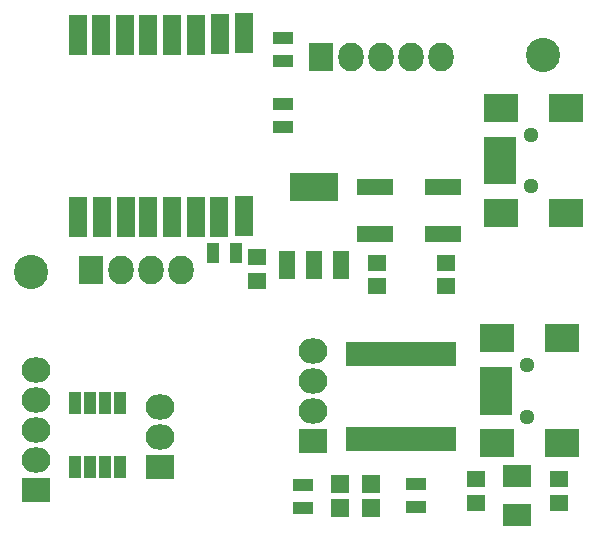
<source format=gts>
G04 #@! TF.FileFunction,Soldermask,Top*
%FSLAX46Y46*%
G04 Gerber Fmt 4.6, Leading zero omitted, Abs format (unit mm)*
G04 Created by KiCad (PCBNEW 4.0.4-stable) date 10/17/16 21:55:59*
%MOMM*%
%LPD*%
G01*
G04 APERTURE LIST*
%ADD10C,0.100000*%
%ADD11R,2.432000X2.127200*%
%ADD12O,2.432000X2.127200*%
%ADD13R,0.850000X2.150000*%
%ADD14R,2.701240X0.900380*%
%ADD15R,2.899360X2.398980*%
%ADD16C,1.299160*%
%ADD17R,1.650000X1.400000*%
%ADD18R,1.100000X1.700000*%
%ADD19R,1.700000X1.100000*%
%ADD20R,3.150000X1.400000*%
%ADD21R,4.057600X2.432000*%
%ADD22R,1.416000X2.432000*%
%ADD23R,2.127200X2.432000*%
%ADD24O,2.127200X2.432000*%
%ADD25R,2.432000X1.924000*%
%ADD26R,1.598880X1.598880*%
%ADD27R,1.000000X1.950000*%
%ADD28C,2.900000*%
%ADD29R,1.650000X3.500000*%
G04 APERTURE END LIST*
D10*
D11*
X143052800Y-119786400D03*
D12*
X143052800Y-117246400D03*
X143052800Y-114706400D03*
X143052800Y-112166400D03*
D11*
X130048000Y-121970800D03*
D12*
X130048000Y-119430800D03*
X130048000Y-116890800D03*
D13*
X154694600Y-112427200D03*
X154044600Y-112427200D03*
X153394600Y-112427200D03*
X152744600Y-112427200D03*
X152094600Y-112427200D03*
X151444600Y-112427200D03*
X150794600Y-112427200D03*
X150144600Y-112427200D03*
X149494600Y-112427200D03*
X148844600Y-112427200D03*
X148194600Y-112427200D03*
X147544600Y-112427200D03*
X146894600Y-112427200D03*
X146244600Y-112427200D03*
X146244600Y-119627200D03*
X146894600Y-119627200D03*
X147544600Y-119627200D03*
X148194600Y-119627200D03*
X148844600Y-119627200D03*
X149494600Y-119627200D03*
X150144600Y-119627200D03*
X150794600Y-119627200D03*
X151444600Y-119627200D03*
X152094600Y-119627200D03*
X152744600Y-119627200D03*
X153394600Y-119627200D03*
X154044600Y-119627200D03*
X154694600Y-119627200D03*
D14*
X158856680Y-97612200D03*
X158856680Y-96812100D03*
X158856680Y-96012000D03*
X158856680Y-95211900D03*
X158856680Y-94411800D03*
D15*
X158955740Y-100462080D03*
X164454840Y-100462080D03*
X158955740Y-91561920D03*
X164454840Y-91561920D03*
D16*
X161455100Y-98211640D03*
X161455100Y-93812360D03*
D17*
X154279600Y-104664000D03*
X154279600Y-106664000D03*
X148437600Y-106664000D03*
X148437600Y-104664000D03*
X138277600Y-106206800D03*
X138277600Y-104206800D03*
D18*
X136484400Y-103835200D03*
X134584400Y-103835200D03*
D19*
X140462000Y-87564000D03*
X140462000Y-85664000D03*
X140462000Y-91252000D03*
X140462000Y-93152000D03*
D20*
X148305800Y-102228400D03*
X154055800Y-102228400D03*
X154055800Y-98228400D03*
X148305800Y-98228400D03*
D21*
X143129000Y-98298000D03*
D22*
X143129000Y-104902000D03*
X145415000Y-104902000D03*
X140843000Y-104902000D03*
D23*
X124256800Y-105257600D03*
D24*
X126796800Y-105257600D03*
X129336800Y-105257600D03*
X131876800Y-105257600D03*
D17*
X163830000Y-125002800D03*
X163830000Y-123002800D03*
X156819600Y-125002800D03*
X156819600Y-123002800D03*
D25*
X160274000Y-126009400D03*
X160274000Y-122707400D03*
D19*
X142189200Y-125410000D03*
X142189200Y-123510000D03*
X151739600Y-125308400D03*
X151739600Y-123408400D03*
D26*
X145288000Y-125458220D03*
X145288000Y-123360180D03*
X147929600Y-125458220D03*
X147929600Y-123360180D03*
D27*
X122859800Y-121978400D03*
X124129800Y-121978400D03*
X125399800Y-121978400D03*
X126669800Y-121978400D03*
X126669800Y-116578400D03*
X125399800Y-116578400D03*
X124129800Y-116578400D03*
X122859800Y-116578400D03*
D28*
X162458400Y-87122000D03*
D14*
X158501080Y-117119400D03*
X158501080Y-116319300D03*
X158501080Y-115519200D03*
X158501080Y-114719100D03*
X158501080Y-113919000D03*
D15*
X158600140Y-119969280D03*
X164099240Y-119969280D03*
X158600140Y-111069120D03*
X164099240Y-111069120D03*
D16*
X161099500Y-117718840D03*
X161099500Y-113319560D03*
D29*
X137210800Y-85249000D03*
X135178800Y-85299800D03*
X133096000Y-85376000D03*
X131114800Y-85350600D03*
X129082800Y-85376000D03*
X127101600Y-85350600D03*
X125095000Y-85376000D03*
X137172700Y-100687100D03*
X135089900Y-100763300D03*
X133108700Y-100763300D03*
X131089400Y-100776000D03*
X129057400Y-100776000D03*
X127152400Y-100776000D03*
X125120400Y-100776000D03*
X123088400Y-100776000D03*
X123088400Y-85376000D03*
D28*
X119176800Y-105460800D03*
D23*
X143713200Y-87223600D03*
D24*
X146253200Y-87223600D03*
X148793200Y-87223600D03*
X151333200Y-87223600D03*
X153873200Y-87223600D03*
D11*
X119583200Y-123952000D03*
D12*
X119583200Y-121412000D03*
X119583200Y-118872000D03*
X119583200Y-116332000D03*
X119583200Y-113792000D03*
M02*

</source>
